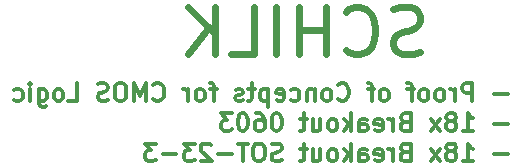
<source format=gbr>
G04 #@! TF.GenerationSoftware,KiCad,Pcbnew,(5.1.5)-3*
G04 #@! TF.CreationDate,2020-01-30T19:41:33+01:00*
G04 #@! TF.ProjectId,TestingBoard,54657374-696e-4674-926f-6172642e6b69,rev?*
G04 #@! TF.SameCoordinates,Original*
G04 #@! TF.FileFunction,Legend,Bot*
G04 #@! TF.FilePolarity,Positive*
%FSLAX46Y46*%
G04 Gerber Fmt 4.6, Leading zero omitted, Abs format (unit mm)*
G04 Created by KiCad (PCBNEW (5.1.5)-3) date 2020-01-30 19:41:33*
%MOMM*%
%LPD*%
G04 APERTURE LIST*
%ADD10C,0.300000*%
%ADD11C,0.600000*%
G04 APERTURE END LIST*
D10*
X122637857Y-111857142D02*
X121495000Y-111857142D01*
X119637857Y-112428571D02*
X119637857Y-110928571D01*
X119066428Y-110928571D01*
X118923571Y-111000000D01*
X118852142Y-111071428D01*
X118780714Y-111214285D01*
X118780714Y-111428571D01*
X118852142Y-111571428D01*
X118923571Y-111642857D01*
X119066428Y-111714285D01*
X119637857Y-111714285D01*
X118137857Y-112428571D02*
X118137857Y-111428571D01*
X118137857Y-111714285D02*
X118066428Y-111571428D01*
X117995000Y-111500000D01*
X117852142Y-111428571D01*
X117709285Y-111428571D01*
X116995000Y-112428571D02*
X117137857Y-112357142D01*
X117209285Y-112285714D01*
X117280714Y-112142857D01*
X117280714Y-111714285D01*
X117209285Y-111571428D01*
X117137857Y-111500000D01*
X116995000Y-111428571D01*
X116780714Y-111428571D01*
X116637857Y-111500000D01*
X116566428Y-111571428D01*
X116495000Y-111714285D01*
X116495000Y-112142857D01*
X116566428Y-112285714D01*
X116637857Y-112357142D01*
X116780714Y-112428571D01*
X116995000Y-112428571D01*
X115637857Y-112428571D02*
X115780714Y-112357142D01*
X115852142Y-112285714D01*
X115923571Y-112142857D01*
X115923571Y-111714285D01*
X115852142Y-111571428D01*
X115780714Y-111500000D01*
X115637857Y-111428571D01*
X115423571Y-111428571D01*
X115280714Y-111500000D01*
X115209285Y-111571428D01*
X115137857Y-111714285D01*
X115137857Y-112142857D01*
X115209285Y-112285714D01*
X115280714Y-112357142D01*
X115423571Y-112428571D01*
X115637857Y-112428571D01*
X114709285Y-111428571D02*
X114137857Y-111428571D01*
X114495000Y-112428571D02*
X114495000Y-111142857D01*
X114423571Y-111000000D01*
X114280714Y-110928571D01*
X114137857Y-110928571D01*
X112280714Y-112428571D02*
X112423571Y-112357142D01*
X112495000Y-112285714D01*
X112566428Y-112142857D01*
X112566428Y-111714285D01*
X112495000Y-111571428D01*
X112423571Y-111500000D01*
X112280714Y-111428571D01*
X112066428Y-111428571D01*
X111923571Y-111500000D01*
X111852142Y-111571428D01*
X111780714Y-111714285D01*
X111780714Y-112142857D01*
X111852142Y-112285714D01*
X111923571Y-112357142D01*
X112066428Y-112428571D01*
X112280714Y-112428571D01*
X111352142Y-111428571D02*
X110780714Y-111428571D01*
X111137857Y-112428571D02*
X111137857Y-111142857D01*
X111066428Y-111000000D01*
X110923571Y-110928571D01*
X110780714Y-110928571D01*
X108280714Y-112285714D02*
X108352142Y-112357142D01*
X108566428Y-112428571D01*
X108709285Y-112428571D01*
X108923571Y-112357142D01*
X109066428Y-112214285D01*
X109137857Y-112071428D01*
X109209285Y-111785714D01*
X109209285Y-111571428D01*
X109137857Y-111285714D01*
X109066428Y-111142857D01*
X108923571Y-111000000D01*
X108709285Y-110928571D01*
X108566428Y-110928571D01*
X108352142Y-111000000D01*
X108280714Y-111071428D01*
X107423571Y-112428571D02*
X107566428Y-112357142D01*
X107637857Y-112285714D01*
X107709285Y-112142857D01*
X107709285Y-111714285D01*
X107637857Y-111571428D01*
X107566428Y-111500000D01*
X107423571Y-111428571D01*
X107209285Y-111428571D01*
X107066428Y-111500000D01*
X106995000Y-111571428D01*
X106923571Y-111714285D01*
X106923571Y-112142857D01*
X106995000Y-112285714D01*
X107066428Y-112357142D01*
X107209285Y-112428571D01*
X107423571Y-112428571D01*
X106280714Y-111428571D02*
X106280714Y-112428571D01*
X106280714Y-111571428D02*
X106209285Y-111500000D01*
X106066428Y-111428571D01*
X105852142Y-111428571D01*
X105709285Y-111500000D01*
X105637857Y-111642857D01*
X105637857Y-112428571D01*
X104280714Y-112357142D02*
X104423571Y-112428571D01*
X104709285Y-112428571D01*
X104852142Y-112357142D01*
X104923571Y-112285714D01*
X104995000Y-112142857D01*
X104995000Y-111714285D01*
X104923571Y-111571428D01*
X104852142Y-111500000D01*
X104709285Y-111428571D01*
X104423571Y-111428571D01*
X104280714Y-111500000D01*
X103066428Y-112357142D02*
X103209285Y-112428571D01*
X103495000Y-112428571D01*
X103637857Y-112357142D01*
X103709285Y-112214285D01*
X103709285Y-111642857D01*
X103637857Y-111500000D01*
X103495000Y-111428571D01*
X103209285Y-111428571D01*
X103066428Y-111500000D01*
X102995000Y-111642857D01*
X102995000Y-111785714D01*
X103709285Y-111928571D01*
X102352142Y-111428571D02*
X102352142Y-112928571D01*
X102352142Y-111500000D02*
X102209285Y-111428571D01*
X101923571Y-111428571D01*
X101780714Y-111500000D01*
X101709285Y-111571428D01*
X101637857Y-111714285D01*
X101637857Y-112142857D01*
X101709285Y-112285714D01*
X101780714Y-112357142D01*
X101923571Y-112428571D01*
X102209285Y-112428571D01*
X102352142Y-112357142D01*
X101209285Y-111428571D02*
X100637857Y-111428571D01*
X100995000Y-110928571D02*
X100995000Y-112214285D01*
X100923571Y-112357142D01*
X100780714Y-112428571D01*
X100637857Y-112428571D01*
X100209285Y-112357142D02*
X100066428Y-112428571D01*
X99780714Y-112428571D01*
X99637857Y-112357142D01*
X99566428Y-112214285D01*
X99566428Y-112142857D01*
X99637857Y-112000000D01*
X99780714Y-111928571D01*
X99995000Y-111928571D01*
X100137857Y-111857142D01*
X100209285Y-111714285D01*
X100209285Y-111642857D01*
X100137857Y-111500000D01*
X99995000Y-111428571D01*
X99780714Y-111428571D01*
X99637857Y-111500000D01*
X97995000Y-111428571D02*
X97423571Y-111428571D01*
X97780714Y-112428571D02*
X97780714Y-111142857D01*
X97709285Y-111000000D01*
X97566428Y-110928571D01*
X97423571Y-110928571D01*
X96709285Y-112428571D02*
X96852142Y-112357142D01*
X96923571Y-112285714D01*
X96995000Y-112142857D01*
X96995000Y-111714285D01*
X96923571Y-111571428D01*
X96852142Y-111500000D01*
X96709285Y-111428571D01*
X96495000Y-111428571D01*
X96352142Y-111500000D01*
X96280714Y-111571428D01*
X96209285Y-111714285D01*
X96209285Y-112142857D01*
X96280714Y-112285714D01*
X96352142Y-112357142D01*
X96495000Y-112428571D01*
X96709285Y-112428571D01*
X95566428Y-112428571D02*
X95566428Y-111428571D01*
X95566428Y-111714285D02*
X95495000Y-111571428D01*
X95423571Y-111500000D01*
X95280714Y-111428571D01*
X95137857Y-111428571D01*
X92637857Y-112285714D02*
X92709285Y-112357142D01*
X92923571Y-112428571D01*
X93066428Y-112428571D01*
X93280714Y-112357142D01*
X93423571Y-112214285D01*
X93495000Y-112071428D01*
X93566428Y-111785714D01*
X93566428Y-111571428D01*
X93495000Y-111285714D01*
X93423571Y-111142857D01*
X93280714Y-111000000D01*
X93066428Y-110928571D01*
X92923571Y-110928571D01*
X92709285Y-111000000D01*
X92637857Y-111071428D01*
X91995000Y-112428571D02*
X91995000Y-110928571D01*
X91495000Y-112000000D01*
X90995000Y-110928571D01*
X90995000Y-112428571D01*
X89995000Y-110928571D02*
X89709285Y-110928571D01*
X89566428Y-111000000D01*
X89423571Y-111142857D01*
X89352142Y-111428571D01*
X89352142Y-111928571D01*
X89423571Y-112214285D01*
X89566428Y-112357142D01*
X89709285Y-112428571D01*
X89995000Y-112428571D01*
X90137857Y-112357142D01*
X90280714Y-112214285D01*
X90352142Y-111928571D01*
X90352142Y-111428571D01*
X90280714Y-111142857D01*
X90137857Y-111000000D01*
X89995000Y-110928571D01*
X88780714Y-112357142D02*
X88566428Y-112428571D01*
X88209285Y-112428571D01*
X88066428Y-112357142D01*
X87995000Y-112285714D01*
X87923571Y-112142857D01*
X87923571Y-112000000D01*
X87995000Y-111857142D01*
X88066428Y-111785714D01*
X88209285Y-111714285D01*
X88495000Y-111642857D01*
X88637857Y-111571428D01*
X88709285Y-111500000D01*
X88780714Y-111357142D01*
X88780714Y-111214285D01*
X88709285Y-111071428D01*
X88637857Y-111000000D01*
X88495000Y-110928571D01*
X88137857Y-110928571D01*
X87923571Y-111000000D01*
X85423571Y-112428571D02*
X86137857Y-112428571D01*
X86137857Y-110928571D01*
X84709285Y-112428571D02*
X84852142Y-112357142D01*
X84923571Y-112285714D01*
X84995000Y-112142857D01*
X84995000Y-111714285D01*
X84923571Y-111571428D01*
X84852142Y-111500000D01*
X84709285Y-111428571D01*
X84495000Y-111428571D01*
X84352142Y-111500000D01*
X84280714Y-111571428D01*
X84209285Y-111714285D01*
X84209285Y-112142857D01*
X84280714Y-112285714D01*
X84352142Y-112357142D01*
X84495000Y-112428571D01*
X84709285Y-112428571D01*
X82923571Y-111428571D02*
X82923571Y-112642857D01*
X82995000Y-112785714D01*
X83066428Y-112857142D01*
X83209285Y-112928571D01*
X83423571Y-112928571D01*
X83566428Y-112857142D01*
X82923571Y-112357142D02*
X83066428Y-112428571D01*
X83352142Y-112428571D01*
X83495000Y-112357142D01*
X83566428Y-112285714D01*
X83637857Y-112142857D01*
X83637857Y-111714285D01*
X83566428Y-111571428D01*
X83495000Y-111500000D01*
X83352142Y-111428571D01*
X83066428Y-111428571D01*
X82923571Y-111500000D01*
X82209285Y-112428571D02*
X82209285Y-111428571D01*
X82209285Y-110928571D02*
X82280714Y-111000000D01*
X82209285Y-111071428D01*
X82137857Y-111000000D01*
X82209285Y-110928571D01*
X82209285Y-111071428D01*
X80852142Y-112357142D02*
X80995000Y-112428571D01*
X81280714Y-112428571D01*
X81423571Y-112357142D01*
X81495000Y-112285714D01*
X81566428Y-112142857D01*
X81566428Y-111714285D01*
X81495000Y-111571428D01*
X81423571Y-111500000D01*
X81280714Y-111428571D01*
X80995000Y-111428571D01*
X80852142Y-111500000D01*
X122637857Y-114407142D02*
X121495000Y-114407142D01*
X118852142Y-114978571D02*
X119709285Y-114978571D01*
X119280714Y-114978571D02*
X119280714Y-113478571D01*
X119423571Y-113692857D01*
X119566428Y-113835714D01*
X119709285Y-113907142D01*
X117995000Y-114121428D02*
X118137857Y-114050000D01*
X118209285Y-113978571D01*
X118280714Y-113835714D01*
X118280714Y-113764285D01*
X118209285Y-113621428D01*
X118137857Y-113550000D01*
X117995000Y-113478571D01*
X117709285Y-113478571D01*
X117566428Y-113550000D01*
X117495000Y-113621428D01*
X117423571Y-113764285D01*
X117423571Y-113835714D01*
X117495000Y-113978571D01*
X117566428Y-114050000D01*
X117709285Y-114121428D01*
X117995000Y-114121428D01*
X118137857Y-114192857D01*
X118209285Y-114264285D01*
X118280714Y-114407142D01*
X118280714Y-114692857D01*
X118209285Y-114835714D01*
X118137857Y-114907142D01*
X117995000Y-114978571D01*
X117709285Y-114978571D01*
X117566428Y-114907142D01*
X117495000Y-114835714D01*
X117423571Y-114692857D01*
X117423571Y-114407142D01*
X117495000Y-114264285D01*
X117566428Y-114192857D01*
X117709285Y-114121428D01*
X116923571Y-114978571D02*
X116137857Y-113978571D01*
X116923571Y-113978571D02*
X116137857Y-114978571D01*
X113923571Y-114192857D02*
X113709285Y-114264285D01*
X113637857Y-114335714D01*
X113566428Y-114478571D01*
X113566428Y-114692857D01*
X113637857Y-114835714D01*
X113709285Y-114907142D01*
X113852142Y-114978571D01*
X114423571Y-114978571D01*
X114423571Y-113478571D01*
X113923571Y-113478571D01*
X113780714Y-113550000D01*
X113709285Y-113621428D01*
X113637857Y-113764285D01*
X113637857Y-113907142D01*
X113709285Y-114050000D01*
X113780714Y-114121428D01*
X113923571Y-114192857D01*
X114423571Y-114192857D01*
X112923571Y-114978571D02*
X112923571Y-113978571D01*
X112923571Y-114264285D02*
X112852142Y-114121428D01*
X112780714Y-114050000D01*
X112637857Y-113978571D01*
X112495000Y-113978571D01*
X111423571Y-114907142D02*
X111566428Y-114978571D01*
X111852142Y-114978571D01*
X111995000Y-114907142D01*
X112066428Y-114764285D01*
X112066428Y-114192857D01*
X111995000Y-114050000D01*
X111852142Y-113978571D01*
X111566428Y-113978571D01*
X111423571Y-114050000D01*
X111352142Y-114192857D01*
X111352142Y-114335714D01*
X112066428Y-114478571D01*
X110066428Y-114978571D02*
X110066428Y-114192857D01*
X110137857Y-114050000D01*
X110280714Y-113978571D01*
X110566428Y-113978571D01*
X110709285Y-114050000D01*
X110066428Y-114907142D02*
X110209285Y-114978571D01*
X110566428Y-114978571D01*
X110709285Y-114907142D01*
X110780714Y-114764285D01*
X110780714Y-114621428D01*
X110709285Y-114478571D01*
X110566428Y-114407142D01*
X110209285Y-114407142D01*
X110066428Y-114335714D01*
X109352142Y-114978571D02*
X109352142Y-113478571D01*
X109209285Y-114407142D02*
X108780714Y-114978571D01*
X108780714Y-113978571D02*
X109352142Y-114550000D01*
X107923571Y-114978571D02*
X108066428Y-114907142D01*
X108137857Y-114835714D01*
X108209285Y-114692857D01*
X108209285Y-114264285D01*
X108137857Y-114121428D01*
X108066428Y-114050000D01*
X107923571Y-113978571D01*
X107709285Y-113978571D01*
X107566428Y-114050000D01*
X107495000Y-114121428D01*
X107423571Y-114264285D01*
X107423571Y-114692857D01*
X107495000Y-114835714D01*
X107566428Y-114907142D01*
X107709285Y-114978571D01*
X107923571Y-114978571D01*
X106137857Y-113978571D02*
X106137857Y-114978571D01*
X106780714Y-113978571D02*
X106780714Y-114764285D01*
X106709285Y-114907142D01*
X106566428Y-114978571D01*
X106352142Y-114978571D01*
X106209285Y-114907142D01*
X106137857Y-114835714D01*
X105637857Y-113978571D02*
X105066428Y-113978571D01*
X105423571Y-113478571D02*
X105423571Y-114764285D01*
X105352142Y-114907142D01*
X105209285Y-114978571D01*
X105066428Y-114978571D01*
X103137857Y-113478571D02*
X102995000Y-113478571D01*
X102852142Y-113550000D01*
X102780714Y-113621428D01*
X102709285Y-113764285D01*
X102637857Y-114050000D01*
X102637857Y-114407142D01*
X102709285Y-114692857D01*
X102780714Y-114835714D01*
X102852142Y-114907142D01*
X102995000Y-114978571D01*
X103137857Y-114978571D01*
X103280714Y-114907142D01*
X103352142Y-114835714D01*
X103423571Y-114692857D01*
X103495000Y-114407142D01*
X103495000Y-114050000D01*
X103423571Y-113764285D01*
X103352142Y-113621428D01*
X103280714Y-113550000D01*
X103137857Y-113478571D01*
X101352142Y-113478571D02*
X101637857Y-113478571D01*
X101780714Y-113550000D01*
X101852142Y-113621428D01*
X101995000Y-113835714D01*
X102066428Y-114121428D01*
X102066428Y-114692857D01*
X101995000Y-114835714D01*
X101923571Y-114907142D01*
X101780714Y-114978571D01*
X101495000Y-114978571D01*
X101352142Y-114907142D01*
X101280714Y-114835714D01*
X101209285Y-114692857D01*
X101209285Y-114335714D01*
X101280714Y-114192857D01*
X101352142Y-114121428D01*
X101495000Y-114050000D01*
X101780714Y-114050000D01*
X101923571Y-114121428D01*
X101995000Y-114192857D01*
X102066428Y-114335714D01*
X100280714Y-113478571D02*
X100137857Y-113478571D01*
X99995000Y-113550000D01*
X99923571Y-113621428D01*
X99852142Y-113764285D01*
X99780714Y-114050000D01*
X99780714Y-114407142D01*
X99852142Y-114692857D01*
X99923571Y-114835714D01*
X99995000Y-114907142D01*
X100137857Y-114978571D01*
X100280714Y-114978571D01*
X100423571Y-114907142D01*
X100495000Y-114835714D01*
X100566428Y-114692857D01*
X100637857Y-114407142D01*
X100637857Y-114050000D01*
X100566428Y-113764285D01*
X100495000Y-113621428D01*
X100423571Y-113550000D01*
X100280714Y-113478571D01*
X99280714Y-113478571D02*
X98352142Y-113478571D01*
X98852142Y-114050000D01*
X98637857Y-114050000D01*
X98495000Y-114121428D01*
X98423571Y-114192857D01*
X98352142Y-114335714D01*
X98352142Y-114692857D01*
X98423571Y-114835714D01*
X98495000Y-114907142D01*
X98637857Y-114978571D01*
X99066428Y-114978571D01*
X99209285Y-114907142D01*
X99280714Y-114835714D01*
X122637857Y-116957142D02*
X121495000Y-116957142D01*
X118852142Y-117528571D02*
X119709285Y-117528571D01*
X119280714Y-117528571D02*
X119280714Y-116028571D01*
X119423571Y-116242857D01*
X119566428Y-116385714D01*
X119709285Y-116457142D01*
X117995000Y-116671428D02*
X118137857Y-116600000D01*
X118209285Y-116528571D01*
X118280714Y-116385714D01*
X118280714Y-116314285D01*
X118209285Y-116171428D01*
X118137857Y-116100000D01*
X117995000Y-116028571D01*
X117709285Y-116028571D01*
X117566428Y-116100000D01*
X117495000Y-116171428D01*
X117423571Y-116314285D01*
X117423571Y-116385714D01*
X117495000Y-116528571D01*
X117566428Y-116600000D01*
X117709285Y-116671428D01*
X117995000Y-116671428D01*
X118137857Y-116742857D01*
X118209285Y-116814285D01*
X118280714Y-116957142D01*
X118280714Y-117242857D01*
X118209285Y-117385714D01*
X118137857Y-117457142D01*
X117995000Y-117528571D01*
X117709285Y-117528571D01*
X117566428Y-117457142D01*
X117495000Y-117385714D01*
X117423571Y-117242857D01*
X117423571Y-116957142D01*
X117495000Y-116814285D01*
X117566428Y-116742857D01*
X117709285Y-116671428D01*
X116923571Y-117528571D02*
X116137857Y-116528571D01*
X116923571Y-116528571D02*
X116137857Y-117528571D01*
X113923571Y-116742857D02*
X113709285Y-116814285D01*
X113637857Y-116885714D01*
X113566428Y-117028571D01*
X113566428Y-117242857D01*
X113637857Y-117385714D01*
X113709285Y-117457142D01*
X113852142Y-117528571D01*
X114423571Y-117528571D01*
X114423571Y-116028571D01*
X113923571Y-116028571D01*
X113780714Y-116100000D01*
X113709285Y-116171428D01*
X113637857Y-116314285D01*
X113637857Y-116457142D01*
X113709285Y-116600000D01*
X113780714Y-116671428D01*
X113923571Y-116742857D01*
X114423571Y-116742857D01*
X112923571Y-117528571D02*
X112923571Y-116528571D01*
X112923571Y-116814285D02*
X112852142Y-116671428D01*
X112780714Y-116600000D01*
X112637857Y-116528571D01*
X112495000Y-116528571D01*
X111423571Y-117457142D02*
X111566428Y-117528571D01*
X111852142Y-117528571D01*
X111995000Y-117457142D01*
X112066428Y-117314285D01*
X112066428Y-116742857D01*
X111995000Y-116600000D01*
X111852142Y-116528571D01*
X111566428Y-116528571D01*
X111423571Y-116600000D01*
X111352142Y-116742857D01*
X111352142Y-116885714D01*
X112066428Y-117028571D01*
X110066428Y-117528571D02*
X110066428Y-116742857D01*
X110137857Y-116600000D01*
X110280714Y-116528571D01*
X110566428Y-116528571D01*
X110709285Y-116600000D01*
X110066428Y-117457142D02*
X110209285Y-117528571D01*
X110566428Y-117528571D01*
X110709285Y-117457142D01*
X110780714Y-117314285D01*
X110780714Y-117171428D01*
X110709285Y-117028571D01*
X110566428Y-116957142D01*
X110209285Y-116957142D01*
X110066428Y-116885714D01*
X109352142Y-117528571D02*
X109352142Y-116028571D01*
X109209285Y-116957142D02*
X108780714Y-117528571D01*
X108780714Y-116528571D02*
X109352142Y-117100000D01*
X107923571Y-117528571D02*
X108066428Y-117457142D01*
X108137857Y-117385714D01*
X108209285Y-117242857D01*
X108209285Y-116814285D01*
X108137857Y-116671428D01*
X108066428Y-116600000D01*
X107923571Y-116528571D01*
X107709285Y-116528571D01*
X107566428Y-116600000D01*
X107495000Y-116671428D01*
X107423571Y-116814285D01*
X107423571Y-117242857D01*
X107495000Y-117385714D01*
X107566428Y-117457142D01*
X107709285Y-117528571D01*
X107923571Y-117528571D01*
X106137857Y-116528571D02*
X106137857Y-117528571D01*
X106780714Y-116528571D02*
X106780714Y-117314285D01*
X106709285Y-117457142D01*
X106566428Y-117528571D01*
X106352142Y-117528571D01*
X106209285Y-117457142D01*
X106137857Y-117385714D01*
X105637857Y-116528571D02*
X105066428Y-116528571D01*
X105423571Y-116028571D02*
X105423571Y-117314285D01*
X105352142Y-117457142D01*
X105209285Y-117528571D01*
X105066428Y-117528571D01*
X103495000Y-117457142D02*
X103280714Y-117528571D01*
X102923571Y-117528571D01*
X102780714Y-117457142D01*
X102709285Y-117385714D01*
X102637857Y-117242857D01*
X102637857Y-117100000D01*
X102709285Y-116957142D01*
X102780714Y-116885714D01*
X102923571Y-116814285D01*
X103209285Y-116742857D01*
X103352142Y-116671428D01*
X103423571Y-116600000D01*
X103495000Y-116457142D01*
X103495000Y-116314285D01*
X103423571Y-116171428D01*
X103352142Y-116100000D01*
X103209285Y-116028571D01*
X102852142Y-116028571D01*
X102637857Y-116100000D01*
X101709285Y-116028571D02*
X101423571Y-116028571D01*
X101280714Y-116100000D01*
X101137857Y-116242857D01*
X101066428Y-116528571D01*
X101066428Y-117028571D01*
X101137857Y-117314285D01*
X101280714Y-117457142D01*
X101423571Y-117528571D01*
X101709285Y-117528571D01*
X101852142Y-117457142D01*
X101995000Y-117314285D01*
X102066428Y-117028571D01*
X102066428Y-116528571D01*
X101995000Y-116242857D01*
X101852142Y-116100000D01*
X101709285Y-116028571D01*
X100637857Y-116028571D02*
X99780714Y-116028571D01*
X100209285Y-117528571D02*
X100209285Y-116028571D01*
X99280714Y-116957142D02*
X98137857Y-116957142D01*
X97495000Y-116171428D02*
X97423571Y-116100000D01*
X97280714Y-116028571D01*
X96923571Y-116028571D01*
X96780714Y-116100000D01*
X96709285Y-116171428D01*
X96637857Y-116314285D01*
X96637857Y-116457142D01*
X96709285Y-116671428D01*
X97566428Y-117528571D01*
X96637857Y-117528571D01*
X96137857Y-116028571D02*
X95209285Y-116028571D01*
X95709285Y-116600000D01*
X95495000Y-116600000D01*
X95352142Y-116671428D01*
X95280714Y-116742857D01*
X95209285Y-116885714D01*
X95209285Y-117242857D01*
X95280714Y-117385714D01*
X95352142Y-117457142D01*
X95495000Y-117528571D01*
X95923571Y-117528571D01*
X96066428Y-117457142D01*
X96137857Y-117385714D01*
X94566428Y-116957142D02*
X93423571Y-116957142D01*
X92852142Y-116028571D02*
X91923571Y-116028571D01*
X92423571Y-116600000D01*
X92209285Y-116600000D01*
X92066428Y-116671428D01*
X91995000Y-116742857D01*
X91923571Y-116885714D01*
X91923571Y-117242857D01*
X91995000Y-117385714D01*
X92066428Y-117457142D01*
X92209285Y-117528571D01*
X92637857Y-117528571D01*
X92780714Y-117457142D01*
X92852142Y-117385714D01*
D11*
X115219523Y-108299047D02*
X114648095Y-108489523D01*
X113695714Y-108489523D01*
X113314761Y-108299047D01*
X113124285Y-108108571D01*
X112933809Y-107727619D01*
X112933809Y-107346666D01*
X113124285Y-106965714D01*
X113314761Y-106775238D01*
X113695714Y-106584761D01*
X114457619Y-106394285D01*
X114838571Y-106203809D01*
X115029047Y-106013333D01*
X115219523Y-105632380D01*
X115219523Y-105251428D01*
X115029047Y-104870476D01*
X114838571Y-104680000D01*
X114457619Y-104489523D01*
X113505238Y-104489523D01*
X112933809Y-104680000D01*
X108933809Y-108108571D02*
X109124285Y-108299047D01*
X109695714Y-108489523D01*
X110076666Y-108489523D01*
X110648095Y-108299047D01*
X111029047Y-107918095D01*
X111219523Y-107537142D01*
X111410000Y-106775238D01*
X111410000Y-106203809D01*
X111219523Y-105441904D01*
X111029047Y-105060952D01*
X110648095Y-104680000D01*
X110076666Y-104489523D01*
X109695714Y-104489523D01*
X109124285Y-104680000D01*
X108933809Y-104870476D01*
X107219523Y-108489523D02*
X107219523Y-104489523D01*
X107219523Y-106394285D02*
X104933809Y-106394285D01*
X104933809Y-108489523D02*
X104933809Y-104489523D01*
X103029047Y-108489523D02*
X103029047Y-104489523D01*
X99219523Y-108489523D02*
X101124285Y-108489523D01*
X101124285Y-104489523D01*
X97886190Y-108489523D02*
X97886190Y-104489523D01*
X95600476Y-108489523D02*
X97314761Y-106203809D01*
X95600476Y-104489523D02*
X97886190Y-106775238D01*
M02*

</source>
